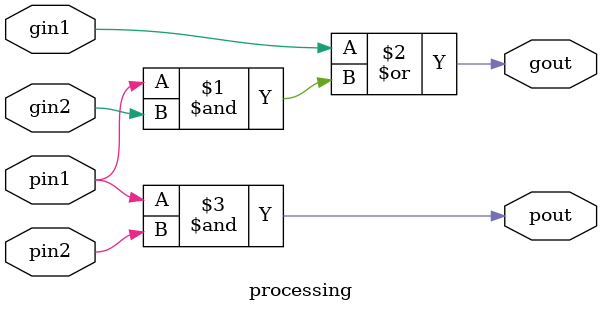
<source format=v>
`timescale 1ns / 1ps


module processing(pout,gout,pin1,gin1,pin2,gin2);
input pin1,pin2,gin1,gin2;
output pout,gout;
    assign gout=gin1|(pin1&gin2);
    assign pout=pin1&pin2;
endmodule

</source>
